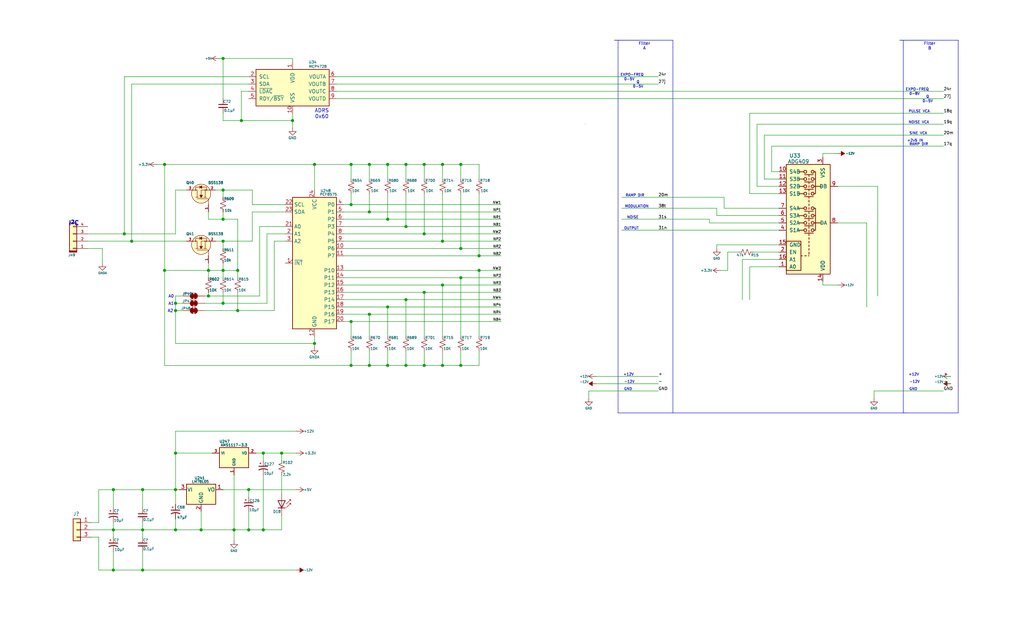
<source format=kicad_sch>
(kicad_sch (version 20250114) (generator "eeschema") (generator_version "9.0")
  (paper "USLegal")
  (title_block (title "Ten Channel Mixer") (date "2025-01-16") (rev "2.0") (comment 1 "In Development "))
  (lib_symbols
    (symbol "Connector_Generic:Conn_01x03" (pin_names (offset 1.016) (hide yes))
      (property "Reference" "J" (at 0 5.08 0))
      (property "Value" "Conn_01x03" (at 0 -5.08 0))
      (symbol "Conn_01x03_1_1"
        (pin passive line (at -5.08 2.54 0) (length 3.81) (name "Pin_1") (number "1"))
        (pin passive line (at -5.08 0 0) (length 3.81) (name "Pin_2") (number "2"))
        (pin passive line (at -5.08 -2.54 0) (length 3.81) (name "Pin_3") (number "3"))
      )
    )
    (symbol "Connector_keyed_kicad_sym:Conn_01x04" (pin_names (offset 1.016) (hide yes))
      (property "Reference" "J" (at -0.5788 4.6722 0))
      (property "Value" "Conn_01x04" (at -0.1524 -7.9502 0))
      (symbol "Conn_01x04_1_1"
        (pin passive line (at -5.08 2.54 0) (length 3.81) (name "Pin_1") (number "1"))
        (pin passive line (at -5.08 0 0) (length 3.81) (name "Pin_2") (number "2"))
        (pin passive line (at -5.08 -2.54 0) (length 3.81) (name "Pin_3") (number "3"))
        (pin passive line (at -5.08 -5.08 0) (length 3.81) (name "Pin_4") (number "4"))
      )
    )
    (symbol "Device:C_Polarized_Small_US" (pin_numbers (hide yes)) (pin_names (offset 0.254) (hide yes))
      (property "Reference" "C" (at 0.254 1.778 0))
      (property "Value" "C_Polarized_Small_US" (at 0.254 -2.032 0))
      (symbol "C_Polarized_Small_US_1_1"
        (pin passive line (at 0 2.54 270) (length 2.032) (name "~") (number "1"))
        (pin passive line (at 0 -2.54 90) (length 2.032) (name "~") (number "2"))
      )
    )
    (symbol "Device:C_Small" (pin_numbers (hide yes)) (pin_names (offset 0.254) (hide yes))
      (property "Reference" "C" (at 0.254 1.778 0))
      (property "Value" "C_Small" (at 0.254 -2.032 0))
      (symbol "C_Small_1_1"
        (pin passive line (at 0 2.54 270) (length 2.032) (name "~") (number "1"))
        (pin passive line (at 0 -2.54 90) (length 2.032) (name "~") (number "2"))
      )
    )
    (symbol "Device:R_Small_US" (pin_numbers (hide yes)) (pin_names (offset 0.254) (hide yes))
      (property "Reference" "R" (at 0.762 0.508 0))
      (property "Value" "R_Small_US" (at 0.762 -1.016 0))
      (symbol "R_Small_US_1_1"
        (pin passive line (at 0 2.54 270) (length 1.016) (name "~") (number "1"))
        (pin passive line (at 0 -2.54 90) (length 1.016) (name "~") (number "2"))
      )
    )
    (symbol "Interface_Expansion:PCF8575DBR"
      (property "Reference" "U8" (at 2.032 25.146 0))
      (property "Value" "PCF8575" (at 1.778 23.876 0))
      (symbol "PCF8575DBR_1_1"
        (pin input line (at -10.16 20.32 0) (length 2.54) (name "SCL") (number "22"))
        (pin bidirectional line (at -10.16 17.78 0) (length 2.54) (name "SDA") (number "23"))
        (pin input line (at -10.16 12.7 0) (length 2.54) (name "A0") (number "21"))
        (pin input line (at -10.16 10.16 0) (length 2.54) (name "A1") (number "2"))
        (pin input line (at -10.16 7.62 0) (length 2.54) (name "A2") (number "3"))
        (pin open_collector output_low (at -10.16 0 0) (length 2.54) (name "~{INT}") (number "1"))
        (pin power_in line (at 0 25.4 270) (length 2.54) (name "VCC") (number "24"))
        (pin power_in line (at 0 -25.4 90) (length 2.54) (name "GND") (number "12"))
        (pin bidirectional line (at 10.16 20.32 180) (length 2.54) (name "P0") (number "4"))
        (pin bidirectional line (at 10.16 17.78 180) (length 2.54) (name "P1") (number "5"))
        (pin bidirectional line (at 10.16 15.24 180) (length 2.54) (name "P2") (number "6"))
        (pin bidirectional line (at 10.16 12.7 180) (length 2.54) (name "P3") (number "7"))
        (pin bidirectional line (at 10.16 10.16 180) (length 2.54) (name "P4") (number "8"))
        (pin bidirectional line (at 10.16 7.62 180) (length 2.54) (name "P5") (number "9"))
        (pin bidirectional line (at 10.16 5.08 180) (length 2.54) (name "P6") (number "10"))
        (pin bidirectional line (at 10.16 2.54 180) (length 2.54) (name "P7") (number "11"))
        (pin bidirectional line (at 10.16 -2.54 180) (length 2.54) (name "P10") (number "13"))
        (pin bidirectional line (at 10.16 -5.08 180) (length 2.54) (name "P11") (number "14"))
        (pin bidirectional line (at 10.16 -7.62 180) (length 2.54) (name "P12") (number "15"))
        (pin bidirectional line (at 10.16 -10.16 180) (length 2.54) (name "P13") (number "16"))
        (pin bidirectional line (at 10.16 -12.7 180) (length 2.54) (name "P14") (number "17"))
        (pin bidirectional line (at 10.16 -15.24 180) (length 2.54) (name "P15") (number "18"))
        (pin bidirectional line (at 10.16 -17.78 180) (length 2.54) (name "P16") (number "19"))
        (pin bidirectional line (at 10.16 -20.32 180) (length 2.54) (name "P17") (number "20"))
      )
    )
    (symbol "Jumper:SolderJumper_2_Bridged" (pin_numbers (hide yes)) (pin_names (offset 0) (hide yes)) (exclude_from_sim yes) (in_bom no)
      (property "Reference" "JP" (at 0 2.032 0))
      (property "Value" "SolderJumper_2_Bridged" (at 0 -2.54 0))
      (symbol "SolderJumper_2_Bridged_1_1"
        (pin passive line (at -3.81 0 0) (length 2.54) (name "A") (number "1"))
        (pin passive line (at 3.81 0 180) (length 2.54) (name "B") (number "2"))
      )
    )
    (symbol "LED:SFH4356P" (pin_numbers (hide yes)) (pin_names (offset 1.016) (hide yes))
      (property "Reference" "D" (at 0.508 1.778 0))
      (property "Value" "SFH4356P" (at -1.016 -2.794 0))
      (symbol "SFH4356P_1_1"
        (pin passive line (at -5.08 0 0) (length 2.54) (name "K") (number "1"))
        (pin passive line (at 2.54 0 180) (length 2.54) (name "A") (number "2"))
      )
    )
    (symbol "MyDac:MCP4728" (pin_names (offset 1.016))
      (property "Reference" "U" (at -12.7 6.35 0))
      (property "Value" "MCP4728" (at 12.7 6.35 0))
      (symbol "MCP4728_1_1"
        (pin input line (at -15.24 2.54 0) (length 2.54) (name "SCL") (number "2"))
        (pin bidirectional line (at -15.24 0 0) (length 2.54) (name "SDA") (number "3"))
        (pin input line (at -15.24 -2.54 0) (length 2.54) (name "~{LDAC}") (number "4"))
        (pin output line (at -15.24 -5.08 0) (length 2.54) (name "RDY/~{BSY}") (number "5"))
        (pin power_in line (at 0 7.62 270) (length 2.54) (name "VDD") (number "1"))
        (pin power_in line (at 0 -10.16 90) (length 2.54) (name "VSS") (number "10"))
        (pin output line (at 15.24 2.54 180) (length 2.54) (name "VOUTA") (number "6"))
        (pin output line (at 15.24 0 180) (length 2.54) (name "VOUTB") (number "7"))
        (pin output line (at 15.24 -2.54 180) (length 2.54) (name "VOUTC") (number "8"))
        (pin output line (at 15.24 -5.08 180) (length 2.54) (name "VOUTD") (number "9"))
      )
    )
    (symbol "Regulator_Linear:AMS1117-3.3"
      (property "Reference" "U94" (at -3.302 4.064 0))
      (property "Value" "AMS1117-3.3" (at 0 2.794 0))
      (symbol "AMS1117-3.3_1_1"
        (pin power_in line (at -7.62 0 0) (length 2.54) (name "VI") (number "3"))
        (pin power_in line (at 0 -7.62 90) (length 2.54) (name "GND") (number "1"))
        (pin power_out line (at 7.62 0 180) (length 2.54) (name "VO") (number "2"))
      )
    )
    (symbol "Regulator_Linear:LM78L05_TO92" (pin_names (offset 0.254))
      (property "Reference" "U" (at -3.81 3.175 0))
      (property "Value" "LM78L05_TO92" (at 0 3.175 0))
      (symbol "LM78L05_TO92_1_1"
        (pin power_in line (at -7.62 0 0) (length 2.54) (name "VI") (number "3"))
        (pin power_in line (at 0 -7.62 90) (length 2.54) (name "GND") (number "2"))
        (pin power_out line (at 7.62 0 180) (length 2.54) (name "VO") (number "1"))
      )
    )
    (symbol "STRN_Lab:ADG409" (pin_names (offset 1.016))
      (property "Reference" "U" (at 11.43 15.24 0))
      (property "Value" "ADG409" (at 11.43 12.7 0))
      (symbol "ADG409_1_1"
        (pin input line (at -11.43 16.51 0) (length 2.54) (name "A0") (number "1"))
        (pin input line (at -11.43 13.97 0) (length 2.54) (name "A1") (number "16"))
        (pin input line (at -11.43 11.43 0) (length 2.54) (name "EN") (number "2"))
        (pin power_in line (at -11.43 8.89 0) (length 2.54) (name "GND") (number "15"))
        (pin bidirectional line (at -11.43 3.81 0) (length 2.54) (name "S1A") (number "4"))
        (pin bidirectional line (at -11.43 1.27 0) (length 2.54) (name "S2A") (number "5"))
        (pin bidirectional line (at -11.43 -1.27 0) (length 2.54) (name "S3A") (number "6"))
        (pin bidirectional line (at -11.43 -3.81 0) (length 2.54) (name "S4A") (number "7"))
        (pin bidirectional line (at -11.43 -8.89 0) (length 2.54) (name "S1B") (number "13"))
        (pin bidirectional line (at -11.43 -11.43 0) (length 2.54) (name "S2B") (number "12"))
        (pin bidirectional line (at -11.43 -13.97 0) (length 2.54) (name "S3B") (number "11"))
        (pin bidirectional line (at -11.43 -16.51 0) (length 2.54) (name "S4B") (number "10"))
        (pin power_in line (at 3.81 21.59 270) (length 2.54) (name "VDD") (number "14"))
        (pin power_in line (at 3.81 -21.59 90) (length 2.54) (name "VSS") (number "3"))
        (pin bidirectional line (at 8.89 1.27 180) (length 2.54) (name "DA") (number "8"))
        (pin bidirectional line (at 8.89 -11.43 180) (length 2.54) (name "DB") (number "9"))
      )
    )
    (symbol "dk_Transistors-FETs-MOSFETs-Single:BSS138" (pin_names (offset 0))
      (property "Reference" "Q?" (at -3.1496 -3.6576 90))
      (property "Value" "BSS138" (at -3.1496 4.4958 90))
      (symbol "BSS138_1_1"
        (pin bidirectional line (at -7.62 -2.54 0) (length 2.54) (name "") (number "1"))
        (pin bidirectional line (at 0 5.08 270) (length 2.54) (name "") (number "3"))
        (pin bidirectional line (at 0 -5.08 90) (length 2.54) (name "") (number "2"))
      )
    )
    (symbol "power:+12V" (power) (pin_names (offset 0))
      (property "Value" "+12V" (at 0 3.556 0))
      (symbol "+12V_1_1"
        (pin power_in line (at 0 0 90) (length 0) (hide yes) (name "+12V") (number "1"))
      )
    )
    (symbol "power:+5VA" (power) (pin_names (offset 0))
      (property "Value" "+5VA" (at 0 3.556 0))
      (symbol "+5VA_1_1"
        (pin power_in line (at 0 0 90) (length 0) (hide yes) (name "+5VA") (number "1"))
      )
    )
    (symbol "power:+5VD" (power) (pin_names (offset 0))
      (property "Value" "+5VD" (at 0 3.556 0))
      (symbol "+5VD_1_1"
        (pin power_in line (at 0 0 90) (length 0) (hide yes) (name "+5VD") (number "1"))
      )
    )
    (symbol "power:-12V" (power) (pin_names (offset 0))
      (property "Value" "-12V" (at 0 3.81 0))
      (symbol "-12V_0_0"
        (pin power_in line (at 0 0 90) (length 0) (hide yes) (name "-12V") (number "1"))
      )
    )
    (symbol "power:GNDA" (power) (pin_names (offset 0))
      (property "Value" "GNDA" (at 0 -3.81 0))
      (symbol "GNDA_1_1"
        (pin power_in line (at 0 0 270) (length 0) (hide yes) (name "GNDA") (number "1"))
      )
    )
  )
  (text "SINE VCA" (at 315.722 46.99 0) (effects (font (size 0.889 0.889)) (justify left bottom)))
  (text "+12V" (at 315.468 130.81 0) (effects (font (size 0.889 0.889)) (justify left bottom)))
  (text "EXPO-FREQ" (at 314.452 31.75 0) (effects (font (size 0.889 0.889)) (justify left bottom)))
  (text "I^{2}C" (at 25.654 77.724 0) (effects (font (size 1.524 1.524) (thickness 0.3048) (bold yes))))
  (text "Q" (at 321.564 34.29 0) (effects (font (size 0.889 0.889)) (justify left bottom)))
  (text "RAMP DIR" (at 217.17 68.58 0) (effects (font (size 0.889 0.889)) (justify left bottom)))
  (text "+2v5 IN" (at 314.96 49.53 0) (effects (font (size 0.889 0.889)) (justify left bottom)))
  (text "A2" (at 59.182 108.204 0) (effects (font (size 1.016 1.016))))
  (text "A1" (at 59.436 105.664 0) (effects (font (size 1.016 1.016))))
  (text "GND" (at 216.662 135.89 0) (effects (font (size 0.889 0.889)) (justify left bottom)))
  (text "NOISE VCA" (at 315.468 43.18 0) (effects (font (size 0.889 0.889)) (justify left bottom)))
  (text "Filter\nA" (at 223.774 17.526 0) (effects (font (size 1.016 1.016)) (justify bottom)))
  (text "EXPO-FREQ" (at 215.392 26.67 0) (effects (font (size 0.889 0.889)) (justify left bottom)))
  (text "PULSE VCA" (at 315.468 39.37 0) (effects (font (size 0.889 0.889)) (justify left bottom)))
  (text "0-5V" (at 219.71 30.734 0) (effects (font (size 0.889 0.889)) (justify left bottom)))
  (text "-12V" (at 216.662 133.35 0) (effects (font (size 0.889 0.889)) (justify left bottom)))
  (text "0-5V" (at 216.662 28.194 0) (effects (font (size 0.889 0.889)) (justify left bottom)))
  (text "GND" (at 315.722 135.89 0) (effects (font (size 0.889 0.889)) (justify left bottom)))
  (text "MODULATION" (at 216.916 72.39 0) (effects (font (size 0.889 0.889)) (justify left bottom)))
  (text "Q" (at 220.98 29.21 0) (effects (font (size 0.889 0.889)) (justify left bottom)))
  (text "Filter\nB" (at 322.834 17.526 0) (effects (font (size 1.016 1.016)) (justify bottom)))
  (text "NOISE" (at 217.678 76.2 0) (effects (font (size 0.889 0.889)) (justify left bottom)))
  (text "RAMP DIR" (at 315.722 50.8 0) (effects (font (size 0.889 0.889)) (justify left bottom)))
  (text "-12V" (at 315.722 133.35 0) (effects (font (size 0.889 0.889)) (justify left bottom)))
  (text "ADRS\n0x60" (at 111.76 39.624 0) (effects (font (size 1.27 1.27))))
  (text "+12V" (at 216.408 130.81 0) (effects (font (size 0.889 0.889)) (justify left bottom)))
  (text "0-5V" (at 320.294 35.814 0) (effects (font (size 0.889 0.889)) (justify left bottom)))
  (text "0-8V" (at 315.722 33.274 0) (effects (font (size 0.889 0.889)) (justify left bottom)))
  (text "A0" (at 59.436 103.124 0) (effects (font (size 1.016 1.016))))
  (text "OUTPUT" (at 216.662 80.01 0) (effects (font (size 0.889 0.889)) (justify left bottom)))
  (junction (at 153.67 57.15))
  (junction (at 121.92 71.12))
  (junction (at 60.96 184.15))
  (junction (at 166.37 88.9))
  (junction (at 49.53 184.15))
  (junction (at 86.36 170.18))
  (junction (at 83.82 41.91))
  (junction (at 109.22 57.15))
  (junction (at 121.92 111.76))
  (junction (at 97.79 157.48))
  (junction (at 57.15 57.15))
  (junction (at 128.27 109.22))
  (junction (at 128.27 73.66))
  (junction (at 140.97 104.14))
  (junction (at 60.96 170.18))
  (junction (at 77.47 76.2))
  (junction (at 160.02 57.15))
  (junction (at 39.37 184.15))
  (junction (at 69.85 184.15))
  (junction (at 86.36 184.15))
  (junction (at 134.62 76.2))
  (junction (at 134.62 57.15))
  (junction (at 77.47 66.04))
  (junction (at 109.22 119.38))
  (junction (at 82.55 107.95))
  (junction (at 147.32 101.6))
  (junction (at 91.44 157.48))
  (junction (at 77.47 83.82))
  (junction (at 39.37 170.18))
  (junction (at 101.6 41.91))
  (junction (at 128.27 57.15))
  (junction (at 60.96 157.48))
  (junction (at 153.67 99.06))
  (junction (at 49.53 170.18))
  (junction (at 82.55 93.98))
  (junction (at 77.47 105.41))
  (junction (at 60.96 105.41))
  (junction (at 81.28 184.15))
  (junction (at 153.67 127))
  (junction (at 140.97 78.74))
  (junction (at 49.53 198.12))
  (junction (at 77.47 20.32))
  (junction (at 128.27 127))
  (junction (at 57.15 93.98))
  (junction (at 121.92 57.15))
  (junction (at 43.18 81.28))
  (junction (at 134.62 106.68))
  (junction (at 160.02 96.52))
  (junction (at 160.02 86.36))
  (junction (at 147.32 127))
  (junction (at 134.62 127))
  (junction (at 140.97 57.15))
  (junction (at 72.39 102.87))
  (junction (at 60.96 107.95))
  (junction (at 160.02 127))
  (junction (at 72.39 93.98))
  (junction (at 39.37 198.12))
  (junction (at 77.47 93.98))
  (junction (at 121.92 127))
  (junction (at 153.67 83.82))
  (junction (at 91.44 184.15))
  (junction (at 45.72 83.82))
  (junction (at 140.97 127))
  (junction (at 147.32 57.15))
  (junction (at 166.37 93.98))
  (junction (at 147.32 81.28))
  (polyline (pts (xy 314.96 13.97) (xy 313.69 13.97)))
  (wire (pts (xy 166.37 93.98) (xy 166.37 116.84)))
  (wire (pts (xy 267.97 50.8) (xy 267.97 59.69)))
  (wire (pts (xy 97.79 179.07) (xy 97.79 184.15)))
  (wire (pts (xy 97.79 160.02) (xy 97.79 157.48)))
  (wire (pts (xy 290.83 77.47) (xy 300.99 77.47)))
  (wire (pts (xy 119.38 101.6) (xy 147.32 101.6)))
  (wire (pts (xy 119.38 111.76) (xy 121.92 111.76)))
  (polyline (pts (xy 213.36 13.97) (xy 222.25 13.97)))
  (wire (pts (xy 147.32 81.28) (xy 173.99 81.28)))
  (wire (pts (xy 77.47 93.98) (xy 77.47 96.52)))
  (wire (pts (xy 45.72 29.21) (xy 45.72 83.82)))
  (wire (pts (xy 300.99 77.47) (xy 300.99 106.68)))
  (wire (pts (xy 57.15 57.15) (xy 109.22 57.15)))
  (wire (pts (xy 60.96 119.38) (xy 109.22 119.38)))
  (wire (pts (xy 91.44 184.15) (xy 97.79 184.15)))
  (wire (pts (xy 49.53 184.15) (xy 60.96 184.15)))
  (wire (pts (xy 119.38 106.68) (xy 134.62 106.68)))
  (wire (pts (xy 57.15 93.98) (xy 72.39 93.98)))
  (wire (pts (xy 74.93 66.04) (xy 77.47 66.04)))
  (wire (pts (xy 119.38 78.74) (xy 140.97 78.74)))
  (wire (pts (xy 330.2 133.35) (xy 327.66 133.35)))
  (wire (pts (xy 153.67 57.15) (xy 160.02 57.15)))
  (wire (pts (xy 140.97 57.15) (xy 147.32 57.15)))
  (wire (pts (xy 86.36 31.75) (xy 83.82 31.75)))
  (wire (pts (xy 87.63 66.04) (xy 87.63 71.12)))
  (wire (pts (xy 60.96 102.87) (xy 63.5 102.87)))
  (wire (pts (xy 77.47 66.04) (xy 77.47 68.58)))
  (wire (pts (xy 116.84 26.67) (xy 228.6 26.67)))
  (wire (pts (xy 116.84 31.75) (xy 327.66 31.75)))
  (polyline (pts (xy 233.68 16.51) (xy 233.68 143.51)))
  (wire (pts (xy 252.73 93.98) (xy 250.19 93.98)))
  (wire (pts (xy 140.97 78.74) (xy 173.99 78.74)))
  (wire (pts (xy 101.6 41.91) (xy 83.82 41.91)))
  (wire (pts (xy 257.81 90.17) (xy 257.81 104.14)))
  (wire (pts (xy 92.71 81.28) (xy 92.71 105.41)))
  (wire (pts (xy 60.96 81.28) (xy 60.96 66.04)))
  (wire (pts (xy 260.35 39.37) (xy 260.35 67.31)))
  (polyline (pts (xy 313.69 16.51) (xy 313.69 13.97)))
  (wire (pts (xy 153.67 121.92) (xy 153.67 127)))
  (wire (pts (xy 45.72 83.82) (xy 64.77 83.82)))
  (wire (pts (xy 83.82 31.75) (xy 83.82 41.91)))
  (wire (pts (xy 109.22 119.38) (xy 109.22 120.65)))
  (wire (pts (xy 39.37 191.77) (xy 39.37 198.12)))
  (wire (pts (xy 134.62 121.92) (xy 134.62 127)))
  (wire (pts (xy 260.35 39.37) (xy 327.66 39.37)))
  (wire (pts (xy 97.79 157.48) (xy 102.87 157.48)))
  (wire (pts (xy 81.28 165.1) (xy 81.28 184.15)))
  (wire (pts (xy 95.25 83.82) (xy 95.25 107.95)))
  (wire (pts (xy 102.87 149.86) (xy 60.96 149.86)))
  (wire (pts (xy 119.38 88.9) (xy 166.37 88.9)))
  (wire (pts (xy 86.36 170.18) (xy 102.87 170.18)))
  (wire (pts (xy 166.37 57.15) (xy 166.37 62.23)))
  (wire (pts (xy 285.75 99.06) (xy 290.83 99.06)))
  (wire (pts (xy 77.47 83.82) (xy 77.47 86.36)))
  (wire (pts (xy 99.06 78.74) (xy 90.17 78.74)))
  (wire (pts (xy 109.22 66.04) (xy 109.22 57.15)))
  (wire (pts (xy 160.02 67.31) (xy 160.02 86.36)))
  (wire (pts (xy 134.62 57.15) (xy 134.62 62.23)))
  (wire (pts (xy 246.38 77.47) (xy 270.51 77.47)))
  (wire (pts (xy 270.51 85.09) (xy 248.92 85.09)))
  (wire (pts (xy 101.6 20.32) (xy 101.6 21.59)))
  (wire (pts (xy 86.36 177.8) (xy 86.36 184.15)))
  (wire (pts (xy 119.38 73.66) (xy 128.27 73.66)))
  (wire (pts (xy 160.02 127) (xy 166.37 127)))
  (wire (pts (xy 265.43 62.23) (xy 265.43 46.99)))
  (wire (pts (xy 39.37 186.69) (xy 39.37 184.15)))
  (wire (pts (xy 31.75 184.15) (xy 39.37 184.15)))
  (wire (pts (xy 121.92 121.92) (xy 121.92 127)))
  (wire (pts (xy 69.85 177.8) (xy 69.85 184.15)))
  (wire (pts (xy 60.96 102.87) (xy 60.96 105.41)))
  (wire (pts (xy 57.15 127) (xy 121.92 127)))
  (wire (pts (xy 30.48 86.36) (xy 35.56 86.36)))
  (wire (pts (xy 261.62 87.63) (xy 270.51 87.63)))
  (wire (pts (xy 128.27 57.15) (xy 134.62 57.15)))
  (wire (pts (xy 49.53 186.69) (xy 49.53 184.15)))
  (wire (pts (xy 72.39 76.2) (xy 77.47 76.2)))
  (wire (pts (xy 147.32 57.15) (xy 147.32 62.23)))
  (wire (pts (xy 252.73 87.63) (xy 252.73 93.98)))
  (wire (pts (xy 69.85 184.15) (xy 60.96 184.15)))
  (wire (pts (xy 160.02 86.36) (xy 173.99 86.36)))
  (wire (pts (xy 140.97 121.92) (xy 140.97 127)))
  (wire (pts (xy 60.96 170.18) (xy 60.96 175.26)))
  (wire (pts (xy 153.67 83.82) (xy 173.99 83.82)))
  (wire (pts (xy 119.38 76.2) (xy 134.62 76.2)))
  (wire (pts (xy 49.53 198.12) (xy 39.37 198.12)))
  (wire (pts (xy 101.6 41.91) (xy 101.6 44.45)))
  (wire (pts (xy 109.22 116.84) (xy 109.22 119.38)))
  (wire (pts (xy 166.37 93.98) (xy 173.99 93.98)))
  (wire (pts (xy 92.71 105.41) (xy 77.47 105.41)))
  (wire (pts (xy 72.39 73.66) (xy 72.39 76.2)))
  (wire (pts (xy 166.37 67.31) (xy 166.37 88.9)))
  (wire (pts (xy 91.44 157.48) (xy 91.44 160.02)))
  (wire (pts (xy 128.27 127) (xy 134.62 127)))
  (wire (pts (xy 248.92 85.09) (xy 248.92 86.36)))
  (wire (pts (xy 285.75 53.34) (xy 290.83 53.34)))
  (wire (pts (xy 260.35 67.31) (xy 270.51 67.31)))
  (wire (pts (xy 147.32 101.6) (xy 173.99 101.6)))
  (polyline (pts (xy 332.74 101.6) (xy 332.74 143.51)))
  (wire (pts (xy 204.47 135.89) (xy 228.6 135.89)))
  (wire (pts (xy 207.01 130.81) (xy 228.6 130.81)))
  (polyline (pts (xy 332.74 13.97) (xy 332.74 16.51)))
  (wire (pts (xy 99.06 81.28) (xy 92.71 81.28)))
  (wire (pts (xy 39.37 170.18) (xy 34.29 170.18)))
  (wire (pts (xy 116.84 34.29) (xy 327.66 34.29)))
  (wire (pts (xy 147.32 57.15) (xy 153.67 57.15)))
  (wire (pts (xy 90.17 78.74) (xy 90.17 102.87)))
  (wire (pts (xy 30.48 81.28) (xy 43.18 81.28)))
  (wire (pts (xy 60.96 157.48) (xy 73.66 157.48)))
  (wire (pts (xy 77.47 93.98) (xy 82.55 93.98)))
  (wire (pts (xy 160.02 57.15) (xy 166.37 57.15)))
  (wire (pts (xy 60.96 157.48) (xy 60.96 170.18)))
  (wire (pts (xy 128.27 121.92) (xy 128.27 127)))
  (wire (pts (xy 270.51 90.17) (xy 257.81 90.17)))
  (polyline (pts (xy 312.42 13.97) (xy 332.74 13.97)))
  (wire (pts (xy 215.9 72.39) (xy 248.92 72.39)))
  (wire (pts (xy 76.2 20.32) (xy 77.47 20.32)))
  (wire (pts (xy 91.44 165.1) (xy 91.44 184.15)))
  (wire (pts (xy 77.47 105.41) (xy 71.12 105.41)))
  (wire (pts (xy 49.53 170.18) (xy 60.96 170.18)))
  (wire (pts (xy 119.38 104.14) (xy 140.97 104.14)))
  (wire (pts (xy 265.43 46.99) (xy 327.66 46.99)))
  (wire (pts (xy 160.02 116.84) (xy 160.02 96.52)))
  (wire (pts (xy 147.32 67.31) (xy 147.32 81.28)))
  (wire (pts (xy 77.47 66.04) (xy 87.63 66.04)))
  (wire (pts (xy 215.9 80.01) (xy 270.51 80.01)))
  (wire (pts (xy 97.79 165.1) (xy 97.79 171.45)))
  (wire (pts (xy 153.67 57.15) (xy 153.67 62.23)))
  (wire (pts (xy 153.67 67.31) (xy 153.67 83.82)))
  (wire (pts (xy 82.55 93.98) (xy 82.55 96.52)))
  (wire (pts (xy 119.38 86.36) (xy 160.02 86.36)))
  (wire (pts (xy 72.39 93.98) (xy 77.47 93.98)))
  (wire (pts (xy 262.89 64.77) (xy 270.51 64.77)))
  (wire (pts (xy 34.29 186.69) (xy 31.75 186.69)))
  (wire (pts (xy 109.22 57.15) (xy 121.92 57.15)))
  (wire (pts (xy 35.56 86.36) (xy 35.56 91.44)))
  (wire (pts (xy 82.55 107.95) (xy 95.25 107.95)))
  (wire (pts (xy 49.53 198.12) (xy 102.87 198.12)))
  (wire (pts (xy 166.37 121.92) (xy 166.37 127)))
  (wire (pts (xy 39.37 181.61) (xy 39.37 184.15)))
  (wire (pts (xy 160.02 121.92) (xy 160.02 127)))
  (polyline (pts (xy 313.69 16.51) (xy 313.69 101.6)))
  (wire (pts (xy 140.97 104.14) (xy 173.99 104.14)))
  (wire (pts (xy 121.92 111.76) (xy 121.92 116.84)))
  (wire (pts (xy 81.28 184.15) (xy 86.36 184.15)))
  (wire (pts (xy 60.96 66.04) (xy 64.77 66.04)))
  (wire (pts (xy 285.75 99.06) (xy 285.75 97.79)))
  (wire (pts (xy 248.92 74.93) (xy 248.92 72.39)))
  (wire (pts (xy 77.47 20.32) (xy 101.6 20.32)))
  (wire (pts (xy 252.73 87.63) (xy 256.54 87.63)))
  (wire (pts (xy 267.97 50.8) (xy 327.66 50.8)))
  (wire (pts (xy 267.97 59.69) (xy 270.51 59.69)))
  (polyline (pts (xy 213.36 13.97) (xy 233.68 13.97)))
  (wire (pts (xy 128.27 62.23) (xy 128.27 57.15)))
  (wire (pts (xy 303.53 135.89) (xy 303.53 138.43)))
  (polyline (pts (xy 313.69 143.51) (xy 314.96 143.51)))
  (wire (pts (xy 134.62 57.15) (xy 140.97 57.15)))
  (wire (pts (xy 91.44 157.48) (xy 97.79 157.48)))
  (wire (pts (xy 101.6 39.37) (xy 101.6 41.91)))
  (wire (pts (xy 43.18 26.67) (xy 43.18 81.28)))
  (wire (pts (xy 262.89 43.18) (xy 327.66 43.18)))
  (wire (pts (xy 74.93 83.82) (xy 77.47 83.82)))
  (wire (pts (xy 121.92 62.23) (xy 121.92 57.15)))
  (wire (pts (xy 54.61 57.15) (xy 57.15 57.15)))
  (wire (pts (xy 87.63 71.12) (xy 99.06 71.12)))
  (wire (pts (xy 60.96 107.95) (xy 60.96 119.38)))
  (wire (pts (xy 119.38 93.98) (xy 166.37 93.98)))
  (wire (pts (xy 207.01 133.35) (xy 228.6 133.35)))
  (wire (pts (xy 77.47 83.82) (xy 87.63 83.82)))
  (wire (pts (xy 72.39 102.87) (xy 90.17 102.87)))
  (wire (pts (xy 60.96 105.41) (xy 60.96 107.95)))
  (wire (pts (xy 246.38 77.47) (xy 246.38 76.2)))
  (polyline (pts (xy 313.69 101.6) (xy 313.69 143.51)))
  (wire (pts (xy 134.62 106.68) (xy 134.62 116.84)))
  (wire (pts (xy 34.29 170.18) (xy 34.29 181.61)))
  (wire (pts (xy 121.92 127) (xy 128.27 127)))
  (polyline (pts (xy 214.63 16.51) (xy 214.63 13.97)))
  (wire (pts (xy 34.29 198.12) (xy 34.29 186.69)))
  (wire (pts (xy 60.96 149.86) (xy 60.96 157.48)))
  (wire (pts (xy 39.37 184.15) (xy 49.53 184.15)))
  (wire (pts (xy 270.51 62.23) (xy 265.43 62.23)))
  (wire (pts (xy 77.47 39.37) (xy 77.47 41.91)))
  (wire (pts (xy 60.96 105.41) (xy 63.5 105.41)))
  (wire (pts (xy 77.47 91.44) (xy 77.47 93.98)))
  (wire (pts (xy 39.37 198.12) (xy 34.29 198.12)))
  (wire (pts (xy 153.67 127) (xy 160.02 127)))
  (wire (pts (xy 147.32 121.92) (xy 147.32 127)))
  (wire (pts (xy 147.32 127) (xy 153.67 127)))
  (wire (pts (xy 30.48 83.82) (xy 45.72 83.82)))
  (wire (pts (xy 43.18 81.28) (xy 60.96 81.28)))
  (wire (pts (xy 215.9 76.2) (xy 246.38 76.2)))
  (wire (pts (xy 327.66 135.89) (xy 303.53 135.89)))
  (wire (pts (xy 140.97 67.31) (xy 140.97 78.74)))
  (wire (pts (xy 119.38 81.28) (xy 147.32 81.28)))
  (wire (pts (xy 119.38 109.22) (xy 128.27 109.22)))
  (wire (pts (xy 39.37 170.18) (xy 39.37 176.53)))
  (wire (pts (xy 121.92 67.31) (xy 121.92 71.12)))
  (polyline (pts (xy 214.63 16.51) (xy 214.63 143.51)))
  (wire (pts (xy 153.67 99.06) (xy 173.99 99.06)))
  (wire (pts (xy 248.92 74.93) (xy 270.51 74.93)))
  (wire (pts (xy 140.97 127) (xy 147.32 127)))
  (wire (pts (xy 81.28 184.15) (xy 69.85 184.15)))
  (wire (pts (xy 77.47 41.91) (xy 83.82 41.91)))
  (wire (pts (xy 121.92 57.15) (xy 128.27 57.15)))
  (wire (pts (xy 72.39 101.6) (xy 72.39 102.87)))
  (wire (pts (xy 57.15 93.98) (xy 57.15 127)))
  (wire (pts (xy 77.47 76.2) (xy 82.55 76.2)))
  (wire (pts (xy 77.47 170.18) (xy 86.36 170.18)))
  (wire (pts (xy 82.55 101.6) (xy 82.55 107.95)))
  (wire (pts (xy 49.53 191.77) (xy 49.53 198.12)))
  (polyline (pts (xy 203.2 43.18) (xy 203.2 43.18)))
  (wire (pts (xy 270.51 72.39) (xy 251.46 72.39)))
  (wire (pts (xy 270.51 92.71) (xy 260.35 92.71)))
  (wire (pts (xy 119.38 99.06) (xy 153.67 99.06)))
  (wire (pts (xy 72.39 93.98) (xy 72.39 96.52)))
  (wire (pts (xy 134.62 106.68) (xy 173.99 106.68)))
  (wire (pts (xy 251.46 72.39) (xy 251.46 68.58)))
  (wire (pts (xy 60.96 180.34) (xy 60.96 184.15)))
  (wire (pts (xy 215.9 68.58) (xy 251.46 68.58)))
  (wire (pts (xy 119.38 71.12) (xy 121.92 71.12)))
  (wire (pts (xy 140.97 57.15) (xy 140.97 62.23)))
  (wire (pts (xy 290.83 64.77) (xy 304.8 64.77)))
  (wire (pts (xy 49.53 170.18) (xy 39.37 170.18)))
  (wire (pts (xy 160.02 57.15) (xy 160.02 62.23)))
  (polyline (pts (xy 332.74 16.51) (xy 332.74 101.6)))
  (wire (pts (xy 60.96 107.95) (xy 63.5 107.95)))
  (wire (pts (xy 77.47 73.66) (xy 77.47 76.2)))
  (wire (pts (xy 77.47 101.6) (xy 77.47 105.41)))
  (wire (pts (xy 43.18 26.67) (xy 86.36 26.67)))
  (wire (pts (xy 128.27 109.22) (xy 128.27 116.84)))
  (polyline (pts (xy 214.63 143.51) (xy 332.74 143.51)))
  (wire (pts (xy 86.36 184.15) (xy 91.44 184.15)))
  (wire (pts (xy 49.53 170.18) (xy 49.53 176.53)))
  (wire (pts (xy 72.39 91.44) (xy 72.39 93.98)))
  (wire (pts (xy 116.84 29.21) (xy 228.6 29.21)))
  (wire (pts (xy 57.15 57.15) (xy 57.15 93.98)))
  (wire (pts (xy 128.27 67.31) (xy 128.27 73.66)))
  (wire (pts (xy 119.38 83.82) (xy 153.67 83.82)))
  (wire (pts (xy 128.27 73.66) (xy 173.99 73.66)))
  (polyline (pts (xy 215.9 13.97) (xy 214.63 13.97)))
  (wire (pts (xy 49.53 181.61) (xy 49.53 184.15)))
  (wire (pts (xy 119.38 96.52) (xy 160.02 96.52)))
  (wire (pts (xy 87.63 73.66) (xy 99.06 73.66)))
  (wire (pts (xy 45.72 29.21) (xy 86.36 29.21)))
  (wire (pts (xy 81.28 184.15) (xy 81.28 187.96)))
  (wire (pts (xy 262.89 43.18) (xy 262.89 64.77)))
  (wire (pts (xy 204.47 135.89) (xy 204.47 138.43)))
  (wire (pts (xy 304.8 64.77) (xy 304.8 102.87)))
  (polyline (pts (xy 312.42 13.97) (xy 321.31 13.97)))
  (polyline (pts (xy 233.68 13.97) (xy 233.68 16.51)))
  (wire (pts (xy 77.47 20.32) (xy 77.47 34.29)))
  (wire (pts (xy 121.92 71.12) (xy 173.99 71.12)))
  (wire (pts (xy 134.62 76.2) (xy 173.99 76.2)))
  (wire (pts (xy 86.36 172.72) (xy 86.36 170.18)))
  (wire (pts (xy 153.67 116.84) (xy 153.67 99.06)))
  (wire (pts (xy 166.37 88.9) (xy 173.99 88.9)))
  (wire (pts (xy 140.97 116.84) (xy 140.97 104.14)))
  (wire (pts (xy 71.12 107.95) (xy 82.55 107.95)))
  (wire (pts (xy 330.2 130.81) (xy 327.66 130.81)))
  (wire (pts (xy 134.62 127) (xy 140.97 127)))
  (wire (pts (xy 99.06 83.82) (xy 95.25 83.82)))
  (wire (pts (xy 260.35 92.71) (xy 260.35 104.14)))
  (wire (pts (xy 128.27 109.22) (xy 173.99 109.22)))
  (wire (pts (xy 87.63 73.66) (xy 87.63 83.82)))
  (wire (pts (xy 60.96 170.18) (xy 62.23 170.18)))
  (wire (pts (xy 134.62 67.31) (xy 134.62 76.2)))
  (wire (pts (xy 82.55 93.98) (xy 82.55 76.2)))
  (wire (pts (xy 147.32 101.6) (xy 147.32 116.84)))
  (wire (pts (xy 121.92 111.76) (xy 173.99 111.76)))
  (wire (pts (xy 71.12 102.87) (xy 72.39 102.87)))
  (wire (pts (xy 160.02 96.52) (xy 173.99 96.52)))
  (wire (pts (xy 285.75 54.61) (xy 285.75 53.34)))
  (wire (pts (xy 34.29 181.61) (xy 31.75 181.61)))
  (wire (pts (xy 91.44 157.48) (xy 88.9 157.48)))
  (label "NW2" (at 173.99 81.28 180) (effects (font (size 0.889 0.889) (italic yes))))
  (label "GND" (at 228.6 135.89 0) (effects (font (size 1.016 1.016))))
  (label "NR1" (at 173.99 76.2 180) (effects (font (size 0.889 0.889) (italic yes))))
  (label "38t" (at 228.6 72.39 0) (effects (font (size 1.016 1.016))))
  (label "19q" (at 327.66 43.18 0) (effects (font (size 1.016 1.016))))
  (label "17q" (at 327.66 50.8 0) (effects (font (size 1.016 1.016))))
  (label "NP2" (at 173.99 83.82 180) (effects (font (size 0.889 0.889) (italic yes))))
  (label "NB2" (at 173.99 88.9 180) (effects (font (size 0.889 0.889) (italic yes))))
  (label "NP3" (at 173.99 96.52 180) (effects (font (size 0.889 0.889) (italic yes))))
  (label "24r" (at 228.6 26.67 0) (effects (font (size 1.016 1.016))))
  (label "NB3" (at 173.99 101.6 180) (effects (font (size 0.889 0.889) (italic yes))))
  (label "NW3" (at 173.99 93.98 180) (effects (font (size 0.889 0.889) (italic yes))))
  (label "20m" (at 327.66 46.99 0) (effects (font (size 1.016 1.016))))
  (label "27j" (at 327.66 34.29 0) (effects (font (size 1.016 1.016))))
  (label "+" (at 228.6 130.81 0) (effects (font (size 1.016 1.016))))
  (label "27j" (at 228.6 29.21 0) (effects (font (size 1.016 1.016))))
  (label "24r" (at 327.66 31.75 0) (effects (font (size 1.016 1.016))))
  (label "NP4" (at 173.99 106.68 180) (effects (font (size 0.889 0.889) (italic yes))))
  (label "NP1" (at 173.99 73.66 180) (effects (font (size 0.889 0.889) (italic yes))))
  (label "-" (at 327.66 133.35 0) (effects (font (size 1.016 1.016))))
  (label "NW1" (at 173.99 71.12 180) (effects (font (size 0.889 0.889) (italic yes))))
  (label "31n" (at 228.6 80.01 0) (effects (font (size 1.016 1.016))))
  (label "NB4" (at 173.99 111.76 180) (effects (font (size 0.889 0.889) (italic yes))))
  (label "NR2" (at 173.99 86.36 180) (effects (font (size 0.889 0.889) (italic yes))))
  (label "NR3" (at 173.99 99.06 180) (effects (font (size 0.889 0.889) (italic yes))))
  (label "NW4" (at 173.99 104.14 180) (effects (font (size 0.889 0.889) (italic yes))))
  (label "18q" (at 327.66 39.37 0) (effects (font (size 1.016 1.016))))
  (label "NR4" (at 173.99 109.22 180) (effects (font (size 0.889 0.889) (italic yes))))
  (label "20m" (at 228.6 68.58 0) (effects (font (size 1.016 1.016))))
  (label "31s" (at 228.6 76.2 0) (effects (font (size 1.016 1.016))))
  (label "+" (at 327.66 130.81 0) (effects (font (size 1.016 1.016))))
  (label "-" (at 228.6 133.35 0) (effects (font (size 1.016 1.016))))
  (label "GND" (at 327.66 135.89 0) (effects (font (size 1.016 1.016))))
  (label "NB1" (at 173.99 78.74 180) (effects (font (size 0.889 0.889) (italic yes))))
  (symbol (lib_id "power:+5VA") (at 102.87 157.48 270) (unit 1)
    (property "Reference" "#PWR0400" (effects (hide yes)))
    (property "Value" "+3.3V" (at 105.664 157.48 90) (effects (font (size 0.889 0.889)) (justify left)))
  )
  (symbol (lib_id "Device:C_Polarized_Small_US") (at 86.36 175.26 0) (unit 1)
    (property "Reference" "C126" (at 86.614 173.99 0) (effects (font (size 0.889 0.889)) (justify left)))
    (property "Value" "10µF" (at 86.5252 177.2086 0) (effects (font (size 0.889 0.889)) (justify left)))
  )
  (symbol (lib_id "Device:C_Small") (at 77.47 36.83 0) (unit 1)
    (property "Reference" "C72" (at 77.47 35.306 0) (effects (font (size 0.889 0.889)) (justify left)))
    (property "Value" "0.1µF" (at 77.724 38.354 0) (effects (font (size 0.889 0.889)) (justify left)))
  )
  (symbol (lib_id "Device:R_Small_US") (at 97.79 162.56 0) (mirror y) (unit 1)
    (property "Reference" "R102" (at 98.085 160.756 0) (effects (font (size 0.889 0.889)) (justify right)))
    (property "Value" "2.2k" (at 98.1435 164.9108 0) (effects (font (size 0.889 0.889)) (justify right)))
  )
  (symbol (lib_id "power:+12V") (at 330.2 130.81 90) (unit 1)
    (property "Reference" "#PWR070" (effects (hide yes)))
    (property "Value" "+12V" (at 327.66 130.81 90) (effects (font (size 0.762 0.762)) (justify left)))
  )
  (symbol (lib_id "MyDac:MCP4728") (at 101.6 29.21 0) (unit 1)
    (property "Reference" "U34" (at 107.188 21.59 0) (effects (font (size 0.889 0.889)) (justify left)))
    (property "Value" "MCP4728" (at 107.188 23.114 0) (effects (font (size 0.889 0.889)) (justify left)))
    (property "Footprint" "Package_SO:MSOP-10_3x3mm_P0.5mm" (effects (hide yes)))
    (property "Datasheet" "http://ww1.microchip.com/downloads/en/DeviceDoc/22187E.pdf" (effects (hide yes)))
    (property "Description" "12-bit digital to analog converter, quad output, 2.048V internal reference, integrated EEPROM, I2C interface" (effects (hide yes)))
  )
  (symbol (lib_id "Device:R_Small_US") (at 140.97 64.77 0) (unit 1)
    (property "Reference" "R688" (at 141.224 62.738 0) (effects (font (size 0.889 0.889)) (justify left)))
    (property "Value" "10K" (at 141.478 66.294 0) (effects (font (size 0.889 0.889)) (justify left)))
  )
  (symbol (lib_id "Device:C_Polarized_Small_US") (at 60.96 177.8 0) (unit 1)
    (property "Reference" "C68" (at 61.468 176.276 0) (effects (font (size 0.889 0.889)) (justify left)))
    (property "Value" "47µF" (at 61.468 179.832 0) (effects (font (size 0.889 0.889)) (justify left)))
  )
  (symbol (lib_id "Device:R_Small_US") (at 121.92 64.77 0) (unit 1)
    (property "Reference" "R654" (at 122.174 62.738 0) (effects (font (size 0.889 0.889)) (justify left)))
    (property "Value" "10K" (at 122.174 66.294 0) (effects (font (size 0.889 0.889)) (justify left)))
  )
  (symbol (lib_id "Device:R_Small_US") (at 128.27 64.77 0) (unit 1)
    (property "Reference" "R669" (at 128.524 62.738 0) (effects (font (size 0.889 0.889)) (justify left)))
    (property "Value" "10K" (at 128.778 66.294 0) (effects (font (size 0.889 0.889)) (justify left)))
  )
  (symbol (lib_id "Device:R_Small_US") (at 82.55 99.06 0) (unit 1)
    (property "Reference" "R615" (at 82.804 97.028 0) (effects (font (size 0.889 0.889)) (justify left)))
    (property "Value" "10K" (at 82.804 100.838 0) (effects (font (size 0.889 0.889)) (justify left)))
  )
  (symbol (lib_id "Device:C_Polarized_Small_US") (at 91.44 162.56 0) (unit 1)
    (property "Reference" "C127" (at 91.694 161.29 0) (effects (font (size 0.889 0.889)) (justify left)))
    (property "Value" "10µF" (at 91.6052 164.5086 0) (effects (font (size 0.889 0.889)) (justify left)))
  )
  (symbol (lib_id "Device:R_Small_US") (at 166.37 119.38 0) (unit 1)
    (property "Reference" "R719" (at 166.624 117.348 0) (effects (font (size 0.889 0.889)) (justify left)))
    (property "Value" "10K" (at 166.624 121.158 0) (effects (font (size 0.889 0.889)) (justify left)))
  )
  (symbol (lib_id "power:-12V") (at 330.2 133.35 90) (unit 1)
    (property "Reference" "#PWR071" (effects (hide yes)))
    (property "Value" "-12V" (at 327.66 132.715 90) (effects (font (size 0.762 0.762)) (justify left)))
  )
  (symbol (lib_id "power:+12V") (at 290.83 99.06 270) (mirror x) (unit 1)
    (property "Reference" "#PWR076" (effects (hide yes)))
    (property "Value" "+12V" (at 293.37 99.06 90) (effects (font (size 0.762 0.762)) (justify left)))
  )
  (symbol (lib_id "power:+5VA") (at 102.87 170.18 270) (unit 1)
    (property "Reference" "#PWR0481" (effects (hide yes)))
    (property "Value" "+5V" (at 105.41 170.18 90) (effects (font (size 0.889 0.889)) (justify left)))
  )
  (symbol (lib_id "Device:R_Small_US") (at 153.67 64.77 0) (unit 1)
    (property "Reference" "R714" (at 153.924 62.738 0) (effects (font (size 0.889 0.889)) (justify left)))
    (property "Value" "10K" (at 154.178 66.294 0) (effects (font (size 0.889 0.889)) (justify left)))
  )
  (symbol (lib_id "power:GNDA") (at 303.53 138.43 0) (unit 1)
    (property "Reference" "#PWR073" (effects (hide yes)))
    (property "Value" "GND" (at 303.4792 141.8844 0) (effects (font (size 0.762 0.762))))
  )
  (symbol (lib_id "power:GNDA") (at 204.47 138.43 0) (unit 1)
    (property "Reference" "#PWR072" (effects (hide yes)))
    (property "Value" "GND" (at 204.4192 141.8844 0) (effects (font (size 0.762 0.762))))
  )
  (symbol (lib_id "power:GNDA") (at 81.28 187.96 0) (unit 1)
    (property "Reference" "#PWR?" (effects (hide yes)))
    (property "Value" "GND" (at 81.2292 191.4144 0) (effects (font (size 0.762 0.762))))
  )
  (symbol (lib_id "Device:R_Small_US") (at 160.02 64.77 0) (unit 1)
    (property "Reference" "R716" (at 160.274 62.738 0) (effects (font (size 0.889 0.889)) (justify left)))
    (property "Value" "10K" (at 160.528 66.294 0) (effects (font (size 0.889 0.889)) (justify left)))
  )
  (symbol (lib_id "Device:R_Small_US") (at 72.39 99.06 0) (unit 1)
    (property "Reference" "R602" (at 72.644 97.028 0) (effects (font (size 0.889 0.889)) (justify left)))
    (property "Value" "10K" (at 72.644 100.838 0) (effects (font (size 0.889 0.889)) (justify left)))
  )
  (symbol (lib_id "STRN_Lab:ADG409") (at 281.94 76.2 0) (mirror x) (unit 1)
    (property "Reference" "U33" (at 274.066 54.102 0) (effects (justify left)))
    (property "Value" "ADG409" (at 273.558 56.134 0) (effects (justify left)))
    (property "Datasheet" "https://www.analog.com/media/en/technical-documentation/data-sheets/adg408_409.pdf" (effects (hide yes)))
    (property "Description" "Dual 4-to-1 LC2MOS 44V Analog Multiplexers" (effects (hide yes)))
  )
  (symbol (lib_id "Jumper:SolderJumper_2_Bridged") (at 67.31 107.95 0) (unit 1)
    (property "Reference" "JP48" (at 64.516 107.188 0) (effects (font (size 0.889 0.889))))
    (property "Description" "Solder Jumper, 2-pole, closed/bridged" (effects (hide yes)))
  )
  (symbol (lib_id "Device:C_Small") (at 49.53 189.23 0) (unit 1)
    (property "Reference" "C?" (at 49.657 187.706 0) (effects (font (size 0.889 0.889)) (justify left)))
    (property "Value" "0.1µF" (at 49.657 190.754 0) (effects (font (size 0.889 0.889)) (justify left)))
  )
  (symbol (lib_id "power:-12V") (at 102.87 198.12 270) (unit 1)
    (property "Reference" "#PWR065" (effects (hide yes)))
    (property "Value" "-12V" (at 105.41 198.12 90) (effects (font (size 0.762 0.762)) (justify left)))
  )
  (symbol (lib_id "Connector_Generic:Conn_01x03") (at 26.67 184.15 0) (mirror y) (unit 1)
    (property "Reference" "J?" (at 26.4668 178.6128 0))
    (property "Value" "Conn_01x03" (effects (hide yes)))
  )
  (symbol (lib_id "power:+12V") (at 102.87 149.86 270) (unit 1)
    (property "Reference" "#PWR057" (effects (hide yes)))
    (property "Value" "+12V" (at 105.41 149.86 90) (effects (font (size 0.889 0.889)) (justify left)))
  )
  (symbol (lib_id "Connector_keyed_kicad_sym:Conn_01x04") (at 25.4 83.82 180) (unit 1)
    (property "Reference" "J49" (at 26.162 88.646 0) (effects (font (size 0.889 0.889)) (justify left)))
    (property "Value" "Conn_01x04" (effects (hide yes)))
    (property "Description" "Generic connector, single row, 01x04, script generated (kicad-library-utils/schlib/autogen/connector/)" (effects (hide yes)))
  )
  (symbol (lib_id "power:-12V") (at 207.01 133.35 90) (unit 1)
    (property "Reference" "#PWR069" (effects (hide yes)))
    (property "Value" "-12V" (at 204.47 132.715 90) (effects (font (size 0.762 0.762)) (justify left)))
  )
  (symbol (lib_id "Device:R_Small_US") (at 77.47 99.06 0) (unit 1)
    (property "Reference" "R614" (at 77.724 97.028 0) (effects (font (size 0.889 0.889)) (justify left)))
    (property "Value" "10K" (at 77.724 100.838 0) (effects (font (size 0.889 0.889)) (justify left)))
  )
  (symbol (lib_id "Device:R_Small_US") (at 166.37 64.77 0) (unit 1)
    (property "Reference" "R718" (at 166.624 62.738 0) (effects (font (size 0.889 0.889)) (justify left)))
    (property "Value" "10K" (at 166.878 66.294 0) (effects (font (size 0.889 0.889)) (justify left)))
  )
  (symbol (lib_id "Device:R_Small_US") (at 134.62 119.38 0) (unit 1)
    (property "Reference" "R681" (at 134.874 117.348 0) (effects (font (size 0.889 0.889)) (justify left)))
    (property "Value" "10K" (at 134.874 121.158 0) (effects (font (size 0.889 0.889)) (justify left)))
  )
  (symbol (lib_id "power:GNDA") (at 248.92 86.36 0) (unit 1)
    (property "Reference" "#PWR074" (effects (hide yes)))
    (property "Value" "GND" (at 248.8692 89.8144 0) (effects (font (size 0.762 0.762))))
  )
  (symbol (lib_id "Device:C_Small") (at 49.53 179.07 0) (unit 1)
    (property "Reference" "C?" (at 49.657 177.546 0) (effects (font (size 0.889 0.889)) (justify left)))
    (property "Value" "0.1µF" (at 49.657 180.594 0) (effects (font (size 0.889 0.889)) (justify left)))
  )
  (symbol (lib_id "power:+5VD") (at 54.61 57.15 90) (unit 1)
    (property "Reference" "#PWR0366" (effects (hide yes)))
    (property "Value" "+3.3V" (at 48.006 57.15 90) (effects (font (size 0.889 0.889)) (justify right)))
  )
  (symbol (lib_id "Regulator_Linear:AMS1117-3.3") (at 81.28 157.48 0) (unit 1)
    (property "Reference" "U247" (at 77.978 153.416 0) (effects (font (size 0.889 0.889))))
    (property "Value" "AMS1117-3.3" (at 81.28 154.686 0) (effects (font (size 0.889 0.889))))
    (property "Footprint" "Package_TO_SOT_SMD:SOT-223-3_TabPin2" (effects (hide yes)))
    (property "Datasheet" "http://www.advanced-monolithic.com/pdf/ds1117.pdf" (effects (hide yes)))
    (property "Description" "1A Low Dropout regulator, positive, 3.3V fixed output, SOT-223" (effects (hide yes)))
  )
  (symbol (lib_id "power:+5VA") (at 250.19 93.98 90) (mirror x) (unit 1)
    (property "Reference" "#PWR0401" (effects (hide yes)))
    (property "Value" "+3.3V" (at 247.396 93.98 90) (effects (font (size 0.889 0.889)) (justify left)))
  )
  (symbol (lib_id "Device:R_Small_US") (at 153.67 119.38 0) (unit 1)
    (property "Reference" "R715" (at 153.924 117.348 0) (effects (font (size 0.889 0.889)) (justify left)))
    (property "Value" "10K" (at 153.924 121.158 0) (effects (font (size 0.889 0.889)) (justify left)))
  )
  (symbol (lib_id "Device:R_Small_US") (at 77.47 71.12 0) (unit 1)
    (property "Reference" "R609" (at 77.724 69.088 0) (effects (font (size 0.889 0.889)) (justify left)))
    (property "Value" "10k" (at 77.978 73.152 0) (effects (font (size 0.889 0.889)) (justify left)))
  )
  (symbol (lib_id "Jumper:SolderJumper_2_Bridged") (at 67.31 105.41 0) (unit 1)
    (property "Reference" "JP47" (at 65.024 104.648 0) (effects (font (size 0.889 0.889))))
    (property "Description" "Solder Jumper, 2-pole, closed/bridged" (effects (hide yes)))
  )
  (symbol (lib_id "LED:SFH4356P") (at 97.79 173.99 270) (mirror x) (unit 1)
    (property "Reference" "D18" (at 97.536 177.8 90) (effects (font (size 0.889 0.889)) (justify right)))
    (property "Value" "SFH4356P" (effects (hide yes)))
    (property "Footprint" "LED_THT:LED_D3.0mm_IRBlack" (effects (hide yes)))
    (property "Datasheet" "http://www.osram-os.com/Graphics/XPic5/00181708_0.pdf" (effects (hide yes)))
    (property "Description" "Infrared LED , 3mm LED package" (effects (hide yes)))
  )
  (symbol (lib_id "Regulator_Linear:LM78L05_TO92") (at 69.85 170.18 0) (unit 1)
    (property "Reference" "U241" (at 69.342 166.116 0) (effects (font (size 0.889 0.889))))
    (property "Value" "LM78L05" (at 69.596 167.386 0) (effects (font (size 0.889 0.889))))
    (property "Footprint" "Package_TO_SOT_THT:TO-92_Inline" (effects (hide yes)))
    (property "Datasheet" "https://www.onsemi.com/pub/Collateral/MC78L06A-D.pdf" (effects (hide yes)))
  )
  (symbol (lib_id "Device:R_Small_US") (at 128.27 119.38 0) (unit 1)
    (property "Reference" "R670" (at 128.524 117.348 0) (effects (font (size 0.889 0.889)) (justify left)))
    (property "Value" "10K" (at 128.524 121.158 0) (effects (font (size 0.889 0.889)) (justify left)))
  )
  (symbol (lib_id "dk_Transistors-FETs-MOSFETs-Single:BSS138") (at 69.85 83.82 90) (unit 1)
    (property "Reference" "Q41" (at 66.04 81.28 90) (effects (font (size 0.889 0.889))))
    (property "Value" "BSS138" (at 74.93 81.28 90) (effects (font (size 0.889 0.889))))
    (property "Footprint" "digikey-footprints:SOT-23-3" (effects (hide yes)))
    (property "Datasheet" "https://www.onsemi.com/pub/Collateral/BSS138-D.PDF" (effects (hide yes)))
    (property "Description" "MOSFET N-CH 50V 220MA SOT-23" (effects (hide yes)))
    (property "Digi-Key_PN" "BSS138CT-ND" (effects (hide yes)))
    (property "MPN" "BSS138" (effects (hide yes)))
    (property "Category" "Discrete Semiconductor Products" (effects (hide yes)))
    (property "Family" "Transistors - FETs, MOSFETs - Single" (effects (hide yes)))
    (property "DK_Datasheet_Link" "https://www.onsemi.com/pub/Collateral/BSS138-D.PDF" (effects (hide yes)))
    (property "DK_Detail_Page" "/product-detail/en/on-semiconductor/BSS138/BSS138CT-ND/244294" (effects (hide yes)))
    (property "Manufacturer" "ON Semiconductor" (effects (hide yes)))
    (property "Status" "Active" (effects (hide yes)))
  )
  (symbol (lib_id "power:GNDA") (at 35.56 91.44 0) (mirror y) (unit 1)
    (property "Reference" "#PWR0351" (effects (hide yes)))
    (property "Value" "GNDA" (at 35.6108 94.8944 0) (effects (font (size 0.762 0.762))))
  )
  (symbol (lib_id "power:+12V") (at 76.2 20.32 90) (unit 1)
    (property "Reference" "#PWR028" (effects (hide yes)))
    (property "Value" "+5V" (at 73.66 20.32 90) (effects (font (size 0.762 0.762)) (justify left)))
  )
  (symbol (lib_id "Device:C_Polarized_Small_US") (at 39.37 189.23 0) (unit 1)
    (property "Reference" "C?" (at 39.497 187.706 0) (effects (font (size 0.889 0.889)) (justify left)))
    (property "Value" "10µF" (at 39.751 191.008 0) (effects (font (size 0.889 0.889)) (justify left)))
  )
  (symbol (lib_id "Device:R_Small_US") (at 147.32 119.38 0) (unit 1)
    (property "Reference" "R701" (at 147.574 117.348 0) (effects (font (size 0.889 0.889)) (justify left)))
    (property "Value" "10K" (at 147.574 121.158 0) (effects (font (size 0.889 0.889)) (justify left)))
  )
  (symbol (lib_id "Device:C_Polarized_Small_US") (at 39.37 179.07 0) (unit 1)
    (property "Reference" "C?" (at 39.497 177.546 0) (effects (font (size 0.889 0.889)) (justify left)))
    (property "Value" "10µF" (at 39.497 180.848 0) (effects (font (size 0.889 0.889)) (justify left)))
  )
  (symbol (lib_id "Device:R_Small_US") (at 160.02 119.38 0) (unit 1)
    (property "Reference" "R717" (at 160.274 117.348 0) (effects (font (size 0.889 0.889)) (justify left)))
    (property "Value" "10K" (at 160.274 121.158 0) (effects (font (size 0.889 0.889)) (justify left)))
  )
  (symbol (lib_id "Interface_Expansion:PCF8575DBR") (at 109.22 91.44 0) (unit 1)
    (property "Reference" "U248" (at 111.252 66.294 0) (effects (font (size 0.889 0.889)) (justify left)))
    (property "Value" "PCF8575" (at 110.998 67.564 0) (effects (font (size 0.889 0.889)) (justify left)))
    (property "Footprint" "Package_SO:SSOP-24_5.3x8.2mm_P0.65mm" (effects (hide yes)))
    (property "Datasheet" "https://www.ti.com/lit/ds/symlink/pcf8575.pdf" (effects (hide yes)))
    (property "Description" "16 Bits Port/Expander to I2C Bus, SSOP-24" (effects (hide yes)))
  )
  (symbol (lib_id "power:+12V") (at 207.01 130.81 90) (unit 1)
    (property "Reference" "#PWR068" (effects (hide yes)))
    (property "Value" "+12V" (at 204.47 130.81 90) (effects (font (size 0.762 0.762)) (justify left)))
  )
  (symbol (lib_id "Device:R_Small_US") (at 147.32 64.77 0) (unit 1)
    (property "Reference" "R700" (at 147.574 62.738 0) (effects (font (size 0.889 0.889)) (justify left)))
    (property "Value" "10K" (at 147.828 66.294 0) (effects (font (size 0.889 0.889)) (justify left)))
  )
  (symbol (lib_id "power:GNDA") (at 109.22 120.65 0) (unit 1)
    (property "Reference" "#PWR0394" (effects (hide yes)))
    (property "Value" "GNDA" (at 109.1692 124.1044 0) (effects (font (size 0.889 0.889))))
  )
  (symbol (lib_id "Device:R_Small_US") (at 121.92 119.38 0) (unit 1)
    (property "Reference" "R656" (at 122.174 117.348 0) (effects (font (size 0.889 0.889)) (justify left)))
    (property "Value" "10K" (at 122.174 121.158 0) (effects (font (size 0.889 0.889)) (justify left)))
  )
  (symbol (lib_id "dk_Transistors-FETs-MOSFETs-Single:BSS138") (at 69.85 66.04 90) (unit 1)
    (property "Reference" "Q40" (at 66.04 63.5 90) (effects (font (size 0.889 0.889))))
    (property "Value" "BSS138" (at 74.93 63.5 90) (effects (font (size 0.889 0.889))))
    (property "Footprint" "digikey-footprints:SOT-23-3" (effects (hide yes)))
    (property "Datasheet" "https://www.onsemi.com/pub/Collateral/BSS138-D.PDF" (effects (hide yes)))
    (property "Description" "MOSFET N-CH 50V 220MA SOT-23" (effects (hide yes)))
    (property "Digi-Key_PN" "BSS138CT-ND" (effects (hide yes)))
    (property "MPN" "BSS138" (effects (hide yes)))
    (property "Category" "Discrete Semiconductor Products" (effects (hide yes)))
    (property "Family" "Transistors - FETs, MOSFETs - Single" (effects (hide yes)))
    (property "DK_Datasheet_Link" "https://www.onsemi.com/pub/Collateral/BSS138-D.PDF" (effects (hide yes)))
    (property "DK_Detail_Page" "/product-detail/en/on-semiconductor/BSS138/BSS138CT-ND/244294" (effects (hide yes)))
    (property "Manufacturer" "ON Semiconductor" (effects (hide yes)))
    (property "Status" "Active" (effects (hide yes)))
  )
  (symbol (lib_id "Device:R_Small_US") (at 259.08 87.63 90) (unit 1)
    (property "Reference" "R15" (at 262.128 88.646 90) (effects (font (size 0.889 0.889))))
    (property "Value" "47k" (at 257.048 88.646 90) (effects (font (size 0.889 0.889))))
  )
  (symbol (lib_id "Jumper:SolderJumper_2_Bridged") (at 67.31 102.87 0) (unit 1)
    (property "Reference" "JP49" (at 65.024 102.108 0) (effects (font (size 0.889 0.889))))
    (property "Description" "Solder Jumper, 2-pole, closed/bridged" (effects (hide yes)))
  )
  (symbol (lib_id "power:-12V") (at 290.83 53.34 270) (mirror x) (unit 1)
    (property "Reference" "#PWR075" (effects (hide yes)))
    (property "Value" "-12V" (at 293.624 53.34 90) (effects (font (size 0.762 0.762)) (justify left)))
  )
  (symbol (lib_id "Device:R_Small_US") (at 140.97 119.38 0) (unit 1)
    (property "Reference" "R689" (at 141.224 117.348 0) (effects (font (size 0.889 0.889)) (justify left)))
    (property "Value" "10K" (at 141.224 121.158 0) (effects (font (size 0.889 0.889)) (justify left)))
  )
  (symbol (lib_id "Device:R_Small_US") (at 134.62 64.77 0) (unit 1)
    (property "Reference" "R680" (at 134.874 62.738 0) (effects (font (size 0.889 0.889)) (justify left)))
    (property "Value" "10K" (at 135.128 66.294 0) (effects (font (size 0.889 0.889)) (justify left)))
  )
  (symbol (lib_id "power:GNDA") (at 101.6 44.45 0) (unit 1)
    (property "Reference" "#PWR067" (effects (hide yes)))
    (property "Value" "GND" (at 101.5492 47.9044 0) (effects (font (size 0.889 0.889))))
  )
  (symbol (lib_id "Device:R_Small_US") (at 77.47 88.9 0) (unit 1)
    (property "Reference" "R611" (at 77.724 86.868 0) (effects (font (size 0.889 0.889)) (justify left)))
    (property "Value" "10k" (at 77.724 90.424 0) (effects (font (size 0.889 0.889)) (justify left)))
  )
)
</source>
